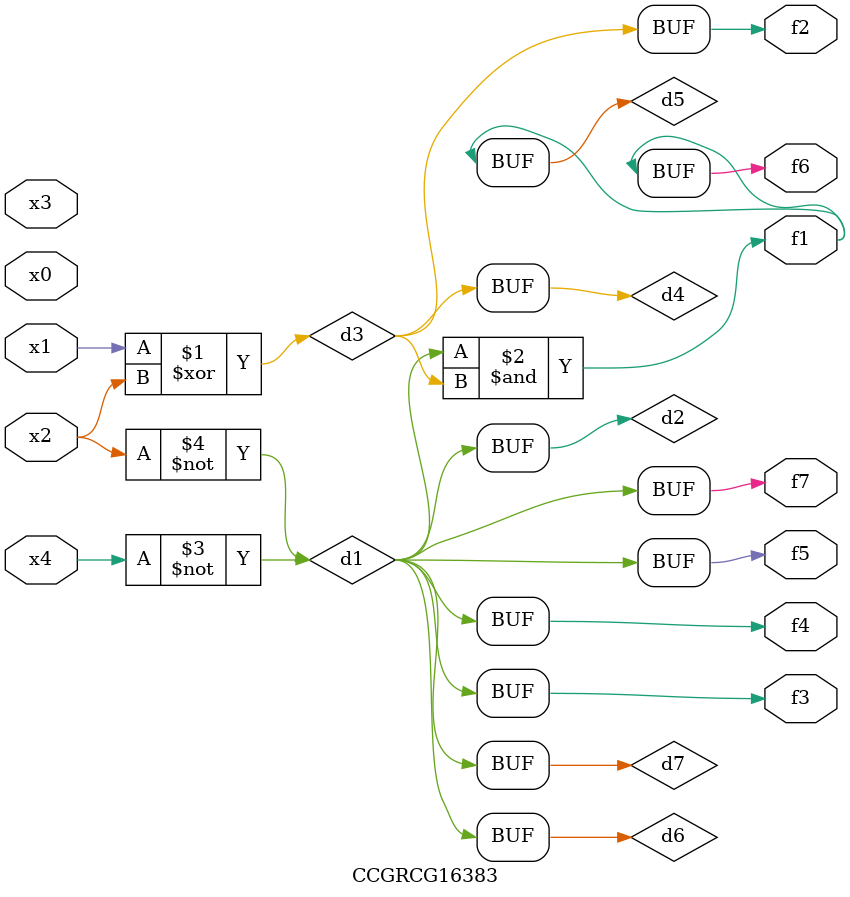
<source format=v>
module CCGRCG16383(
	input x0, x1, x2, x3, x4,
	output f1, f2, f3, f4, f5, f6, f7
);

	wire d1, d2, d3, d4, d5, d6, d7;

	not (d1, x4);
	not (d2, x2);
	xor (d3, x1, x2);
	buf (d4, d3);
	and (d5, d1, d3);
	buf (d6, d1, d2);
	buf (d7, d2);
	assign f1 = d5;
	assign f2 = d4;
	assign f3 = d7;
	assign f4 = d7;
	assign f5 = d7;
	assign f6 = d5;
	assign f7 = d7;
endmodule

</source>
